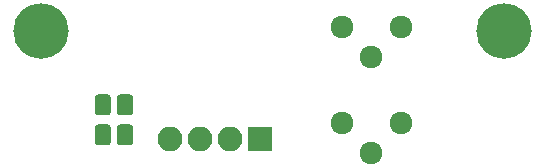
<source format=gbr>
G04 #@! TF.GenerationSoftware,KiCad,Pcbnew,(5.1.5)-3*
G04 #@! TF.CreationDate,2020-07-03T20:52:06-04:00*
G04 #@! TF.ProjectId,HallEffectXY-Endstop,48616c6c-4566-4666-9563-7458592d456e,A*
G04 #@! TF.SameCoordinates,Original*
G04 #@! TF.FileFunction,Soldermask,Bot*
G04 #@! TF.FilePolarity,Negative*
%FSLAX46Y46*%
G04 Gerber Fmt 4.6, Leading zero omitted, Abs format (unit mm)*
G04 Created by KiCad (PCBNEW (5.1.5)-3) date 2020-07-03 20:52:06*
%MOMM*%
%LPD*%
G04 APERTURE LIST*
%ADD10C,0.100000*%
%ADD11C,1.924000*%
%ADD12O,2.100000X2.100000*%
%ADD13R,2.100000X2.100000*%
%ADD14C,4.700000*%
G04 APERTURE END LIST*
D10*
G36*
X133377943Y-104093155D02*
G01*
X133411312Y-104098105D01*
X133444035Y-104106302D01*
X133475797Y-104117666D01*
X133506293Y-104132090D01*
X133535227Y-104149432D01*
X133562323Y-104169528D01*
X133587318Y-104192182D01*
X133609972Y-104217177D01*
X133630068Y-104244273D01*
X133647410Y-104273207D01*
X133661834Y-104303703D01*
X133673198Y-104335465D01*
X133681395Y-104368188D01*
X133686345Y-104401557D01*
X133688000Y-104435250D01*
X133688000Y-105547750D01*
X133686345Y-105581443D01*
X133681395Y-105614812D01*
X133673198Y-105647535D01*
X133661834Y-105679297D01*
X133647410Y-105709793D01*
X133630068Y-105738727D01*
X133609972Y-105765823D01*
X133587318Y-105790818D01*
X133562323Y-105813472D01*
X133535227Y-105833568D01*
X133506293Y-105850910D01*
X133475797Y-105865334D01*
X133444035Y-105876698D01*
X133411312Y-105884895D01*
X133377943Y-105889845D01*
X133344250Y-105891500D01*
X132656750Y-105891500D01*
X132623057Y-105889845D01*
X132589688Y-105884895D01*
X132556965Y-105876698D01*
X132525203Y-105865334D01*
X132494707Y-105850910D01*
X132465773Y-105833568D01*
X132438677Y-105813472D01*
X132413682Y-105790818D01*
X132391028Y-105765823D01*
X132370932Y-105738727D01*
X132353590Y-105709793D01*
X132339166Y-105679297D01*
X132327802Y-105647535D01*
X132319605Y-105614812D01*
X132314655Y-105581443D01*
X132313000Y-105547750D01*
X132313000Y-104435250D01*
X132314655Y-104401557D01*
X132319605Y-104368188D01*
X132327802Y-104335465D01*
X132339166Y-104303703D01*
X132353590Y-104273207D01*
X132370932Y-104244273D01*
X132391028Y-104217177D01*
X132413682Y-104192182D01*
X132438677Y-104169528D01*
X132465773Y-104149432D01*
X132494707Y-104132090D01*
X132525203Y-104117666D01*
X132556965Y-104106302D01*
X132589688Y-104098105D01*
X132623057Y-104093155D01*
X132656750Y-104091500D01*
X133344250Y-104091500D01*
X133377943Y-104093155D01*
G37*
G36*
X135252943Y-104093155D02*
G01*
X135286312Y-104098105D01*
X135319035Y-104106302D01*
X135350797Y-104117666D01*
X135381293Y-104132090D01*
X135410227Y-104149432D01*
X135437323Y-104169528D01*
X135462318Y-104192182D01*
X135484972Y-104217177D01*
X135505068Y-104244273D01*
X135522410Y-104273207D01*
X135536834Y-104303703D01*
X135548198Y-104335465D01*
X135556395Y-104368188D01*
X135561345Y-104401557D01*
X135563000Y-104435250D01*
X135563000Y-105547750D01*
X135561345Y-105581443D01*
X135556395Y-105614812D01*
X135548198Y-105647535D01*
X135536834Y-105679297D01*
X135522410Y-105709793D01*
X135505068Y-105738727D01*
X135484972Y-105765823D01*
X135462318Y-105790818D01*
X135437323Y-105813472D01*
X135410227Y-105833568D01*
X135381293Y-105850910D01*
X135350797Y-105865334D01*
X135319035Y-105876698D01*
X135286312Y-105884895D01*
X135252943Y-105889845D01*
X135219250Y-105891500D01*
X134531750Y-105891500D01*
X134498057Y-105889845D01*
X134464688Y-105884895D01*
X134431965Y-105876698D01*
X134400203Y-105865334D01*
X134369707Y-105850910D01*
X134340773Y-105833568D01*
X134313677Y-105813472D01*
X134288682Y-105790818D01*
X134266028Y-105765823D01*
X134245932Y-105738727D01*
X134228590Y-105709793D01*
X134214166Y-105679297D01*
X134202802Y-105647535D01*
X134194605Y-105614812D01*
X134189655Y-105581443D01*
X134188000Y-105547750D01*
X134188000Y-104435250D01*
X134189655Y-104401557D01*
X134194605Y-104368188D01*
X134202802Y-104335465D01*
X134214166Y-104303703D01*
X134228590Y-104273207D01*
X134245932Y-104244273D01*
X134266028Y-104217177D01*
X134288682Y-104192182D01*
X134313677Y-104169528D01*
X134340773Y-104149432D01*
X134369707Y-104132090D01*
X134400203Y-104117666D01*
X134431965Y-104106302D01*
X134464688Y-104098105D01*
X134498057Y-104093155D01*
X134531750Y-104091500D01*
X135219250Y-104091500D01*
X135252943Y-104093155D01*
G37*
G36*
X135252943Y-106633155D02*
G01*
X135286312Y-106638105D01*
X135319035Y-106646302D01*
X135350797Y-106657666D01*
X135381293Y-106672090D01*
X135410227Y-106689432D01*
X135437323Y-106709528D01*
X135462318Y-106732182D01*
X135484972Y-106757177D01*
X135505068Y-106784273D01*
X135522410Y-106813207D01*
X135536834Y-106843703D01*
X135548198Y-106875465D01*
X135556395Y-106908188D01*
X135561345Y-106941557D01*
X135563000Y-106975250D01*
X135563000Y-108087750D01*
X135561345Y-108121443D01*
X135556395Y-108154812D01*
X135548198Y-108187535D01*
X135536834Y-108219297D01*
X135522410Y-108249793D01*
X135505068Y-108278727D01*
X135484972Y-108305823D01*
X135462318Y-108330818D01*
X135437323Y-108353472D01*
X135410227Y-108373568D01*
X135381293Y-108390910D01*
X135350797Y-108405334D01*
X135319035Y-108416698D01*
X135286312Y-108424895D01*
X135252943Y-108429845D01*
X135219250Y-108431500D01*
X134531750Y-108431500D01*
X134498057Y-108429845D01*
X134464688Y-108424895D01*
X134431965Y-108416698D01*
X134400203Y-108405334D01*
X134369707Y-108390910D01*
X134340773Y-108373568D01*
X134313677Y-108353472D01*
X134288682Y-108330818D01*
X134266028Y-108305823D01*
X134245932Y-108278727D01*
X134228590Y-108249793D01*
X134214166Y-108219297D01*
X134202802Y-108187535D01*
X134194605Y-108154812D01*
X134189655Y-108121443D01*
X134188000Y-108087750D01*
X134188000Y-106975250D01*
X134189655Y-106941557D01*
X134194605Y-106908188D01*
X134202802Y-106875465D01*
X134214166Y-106843703D01*
X134228590Y-106813207D01*
X134245932Y-106784273D01*
X134266028Y-106757177D01*
X134288682Y-106732182D01*
X134313677Y-106709528D01*
X134340773Y-106689432D01*
X134369707Y-106672090D01*
X134400203Y-106657666D01*
X134431965Y-106646302D01*
X134464688Y-106638105D01*
X134498057Y-106633155D01*
X134531750Y-106631500D01*
X135219250Y-106631500D01*
X135252943Y-106633155D01*
G37*
G36*
X133377943Y-106633155D02*
G01*
X133411312Y-106638105D01*
X133444035Y-106646302D01*
X133475797Y-106657666D01*
X133506293Y-106672090D01*
X133535227Y-106689432D01*
X133562323Y-106709528D01*
X133587318Y-106732182D01*
X133609972Y-106757177D01*
X133630068Y-106784273D01*
X133647410Y-106813207D01*
X133661834Y-106843703D01*
X133673198Y-106875465D01*
X133681395Y-106908188D01*
X133686345Y-106941557D01*
X133688000Y-106975250D01*
X133688000Y-108087750D01*
X133686345Y-108121443D01*
X133681395Y-108154812D01*
X133673198Y-108187535D01*
X133661834Y-108219297D01*
X133647410Y-108249793D01*
X133630068Y-108278727D01*
X133609972Y-108305823D01*
X133587318Y-108330818D01*
X133562323Y-108353472D01*
X133535227Y-108373568D01*
X133506293Y-108390910D01*
X133475797Y-108405334D01*
X133444035Y-108416698D01*
X133411312Y-108424895D01*
X133377943Y-108429845D01*
X133344250Y-108431500D01*
X132656750Y-108431500D01*
X132623057Y-108429845D01*
X132589688Y-108424895D01*
X132556965Y-108416698D01*
X132525203Y-108405334D01*
X132494707Y-108390910D01*
X132465773Y-108373568D01*
X132438677Y-108353472D01*
X132413682Y-108330818D01*
X132391028Y-108305823D01*
X132370932Y-108278727D01*
X132353590Y-108249793D01*
X132339166Y-108219297D01*
X132327802Y-108187535D01*
X132319605Y-108154812D01*
X132314655Y-108121443D01*
X132313000Y-108087750D01*
X132313000Y-106975250D01*
X132314655Y-106941557D01*
X132319605Y-106908188D01*
X132327802Y-106875465D01*
X132339166Y-106843703D01*
X132353590Y-106813207D01*
X132370932Y-106784273D01*
X132391028Y-106757177D01*
X132413682Y-106732182D01*
X132438677Y-106709528D01*
X132465773Y-106689432D01*
X132494707Y-106672090D01*
X132525203Y-106657666D01*
X132556965Y-106646302D01*
X132589688Y-106638105D01*
X132623057Y-106633155D01*
X132656750Y-106631500D01*
X133344250Y-106631500D01*
X133377943Y-106633155D01*
G37*
D11*
X158254000Y-106534000D03*
X155754000Y-109034000D03*
X153254000Y-106534000D03*
X158254000Y-98406000D03*
X155754000Y-100906000D03*
X153254000Y-98406000D03*
D12*
X138736000Y-107900000D03*
X141276000Y-107900000D03*
X143816000Y-107900000D03*
D13*
X146356000Y-107900000D03*
D14*
X167000000Y-98750000D03*
X127750000Y-98750000D03*
M02*

</source>
